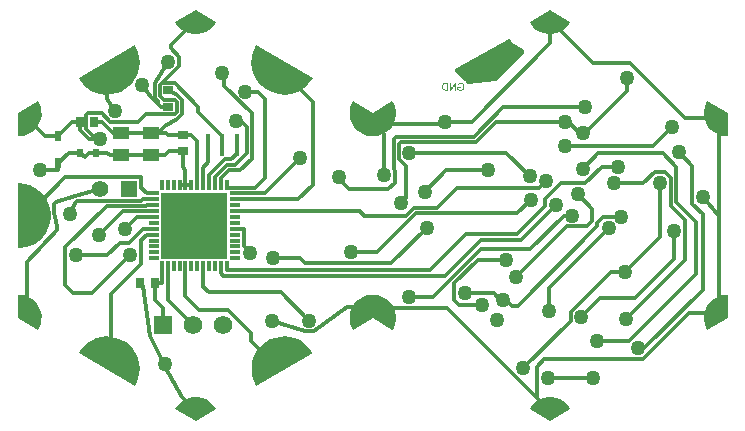
<source format=gbr>
G04*
G04 #@! TF.GenerationSoftware,Altium Limited,Altium Designer,25.8.1 (18)*
G04*
G04 Layer_Physical_Order=4*
G04 Layer_Color=16711680*
%FSLAX44Y44*%
%MOMM*%
G71*
G04*
G04 #@! TF.SameCoordinates,E23997CD-C925-4744-B0FB-38551C603FD4*
G04*
G04*
G04 #@! TF.FilePolarity,Positive*
G04*
G01*
G75*
%ADD27R,0.8900X0.6400*%
G04:AMPARAMS|DCode=29|XSize=1mm|YSize=1mm|CornerRadius=0.5mm|HoleSize=0mm|Usage=FLASHONLY|Rotation=30.000|XOffset=0mm|YOffset=0mm|HoleType=Round|Shape=RoundedRectangle|*
%AMROUNDEDRECTD29*
21,1,1.0000,0.0000,0,0,30.0*
21,1,0.0000,1.0000,0,0,30.0*
1,1,1.0000,0.0000,0.0000*
1,1,1.0000,0.0000,0.0000*
1,1,1.0000,0.0000,0.0000*
1,1,1.0000,0.0000,0.0000*
%
%ADD29ROUNDEDRECTD29*%
G04:AMPARAMS|DCode=30|XSize=1mm|YSize=1mm|CornerRadius=0.5mm|HoleSize=0mm|Usage=FLASHONLY|Rotation=90.000|XOffset=0mm|YOffset=0mm|HoleType=Round|Shape=RoundedRectangle|*
%AMROUNDEDRECTD30*
21,1,1.0000,0.0000,0,0,90.0*
21,1,0.0000,1.0000,0,0,90.0*
1,1,1.0000,0.0000,0.0000*
1,1,1.0000,0.0000,0.0000*
1,1,1.0000,0.0000,0.0000*
1,1,1.0000,0.0000,0.0000*
%
%ADD30ROUNDEDRECTD30*%
G04:AMPARAMS|DCode=31|XSize=1mm|YSize=1mm|CornerRadius=0.5mm|HoleSize=0mm|Usage=FLASHONLY|Rotation=330.000|XOffset=0mm|YOffset=0mm|HoleType=Round|Shape=RoundedRectangle|*
%AMROUNDEDRECTD31*
21,1,1.0000,0.0000,0,0,330.0*
21,1,0.0000,1.0000,0,0,330.0*
1,1,1.0000,0.0000,0.0000*
1,1,1.0000,0.0000,0.0000*
1,1,1.0000,0.0000,0.0000*
1,1,1.0000,0.0000,0.0000*
%
%ADD31ROUNDEDRECTD31*%
%ADD45C,1.5700*%
%ADD46R,1.5700X1.5700*%
%ADD48C,0.3000*%
%ADD49C,1.4000*%
%ADD50R,1.4000X1.4000*%
%ADD51C,1.2700*%
%ADD56R,0.4001X1.9000*%
%ADD57R,0.8000X0.9500*%
%ADD58R,0.5000X0.9000*%
%ADD59R,5.7000X5.7000*%
%ADD60R,0.6000X0.8000*%
%ADD61R,0.3000X0.8500*%
%ADD62R,1.3970X1.0922*%
%ADD63R,0.8500X0.3000*%
G36*
X-302859Y-67041D02*
X-301110Y-66999D01*
X-297653Y-67536D01*
X-294347Y-68680D01*
X-291297Y-70394D01*
X-288600Y-72623D01*
X-286343Y-75296D01*
X-284597Y-78328D01*
X-283419Y-81622D01*
X-282845Y-85073D01*
X-282893Y-88571D01*
X-283564Y-92005D01*
X-284834Y-95265D01*
X-285749Y-96756D01*
Y-96756D01*
X-302880Y-86865D01*
X-302859Y-67041D01*
D02*
G37*
G36*
X-251418Y-116601D02*
X-250357Y-114685D01*
X-247655Y-111236D01*
X-244441Y-108259D01*
X-240796Y-105827D01*
X-236813Y-104003D01*
X-232591Y-102831D01*
X-228237Y-102343D01*
X-223860Y-102550D01*
X-219572Y-103447D01*
X-215479Y-105011D01*
X-211685Y-107202D01*
X-208286Y-109967D01*
X-205368Y-113234D01*
X-203002Y-116923D01*
X-201251Y-120939D01*
X-200157Y-125181D01*
X-199748Y-129543D01*
X-200034Y-133915D01*
X-201009Y-138187D01*
X-202647Y-142250D01*
X-203777Y-144127D01*
Y-144127D01*
X-251418Y-116601D01*
D02*
G37*
G36*
X-169570Y-163820D02*
X-168733Y-162284D01*
X-166539Y-159559D01*
X-163895Y-157268D01*
X-160886Y-155483D01*
X-157607Y-154263D01*
X-154164Y-153644D01*
X-150665Y-153648D01*
X-147223Y-154275D01*
X-143947Y-155503D01*
X-140942Y-157294D01*
X-138303Y-159592D01*
X-136116Y-162322D01*
X-135282Y-163860D01*
X-135282D01*
X-152413Y-173750D01*
X-169570Y-163820D01*
D02*
G37*
G36*
X-100979Y-144082D02*
X-102108Y-142205D01*
X-103744Y-138140D01*
X-104716Y-133868D01*
X-105000Y-129496D01*
X-104588Y-125134D01*
X-103491Y-120892D01*
X-101737Y-116877D01*
X-99369Y-113190D01*
X-96449Y-109925D01*
X-93048Y-107162D01*
X-89253Y-104973D01*
X-85159Y-103411D01*
X-80870Y-102517D01*
X-76493Y-102313D01*
X-72140Y-102804D01*
X-67918Y-103978D01*
X-63936Y-105805D01*
X-60293Y-108239D01*
X-57081Y-111219D01*
X-54381Y-114669D01*
X-53321Y-116586D01*
D01*
X-100979Y-144082D01*
D02*
G37*
G36*
X-302938Y27480D02*
X-300748Y27520D01*
X-296410Y26904D01*
X-292224Y25609D01*
X-288296Y23669D01*
X-284724Y21131D01*
X-281599Y18060D01*
X-278999Y14534D01*
X-276990Y10640D01*
X-275622Y6478D01*
X-274930Y2152D01*
X-274932Y-2230D01*
X-275626Y-6556D01*
X-276997Y-10717D01*
X-279008Y-14609D01*
X-281610Y-18134D01*
X-284737Y-21203D01*
X-288311Y-23738D01*
X-292240Y-25676D01*
X-296427Y-26968D01*
X-300765Y-27581D01*
X-302955Y-27541D01*
Y-27541D01*
X-302938Y27480D01*
D02*
G37*
G36*
X-285688Y96781D02*
X-284777Y95288D01*
X-283514Y92025D01*
X-282852Y88590D01*
X-282811Y85092D01*
X-283393Y81642D01*
X-284580Y78351D01*
X-286332Y75323D01*
X-288596Y72655D01*
X-291297Y70432D01*
X-294351Y68726D01*
X-297660Y67589D01*
X-301118Y67059D01*
X-302867Y67106D01*
X-302867Y67106D01*
Y86888D01*
X-285688Y96781D01*
D02*
G37*
G36*
X-203821Y144082D02*
X-202692Y142205D01*
X-201056Y138140D01*
X-200084Y133868D01*
X-199801Y129496D01*
X-200212Y125134D01*
X-201309Y120892D01*
X-203063Y116877D01*
X-205431Y113190D01*
X-208351Y109925D01*
X-211752Y107162D01*
X-215547Y104973D01*
X-219641Y103411D01*
X-223930Y102517D01*
X-228307Y102313D01*
X-232660Y102804D01*
X-236882Y103978D01*
X-240864Y105805D01*
X-244507Y108239D01*
X-247719Y111219D01*
X-250419Y114669D01*
X-251479Y116586D01*
X-251479Y116586D01*
X-203821Y144082D01*
D02*
G37*
G36*
X-135230Y163820D02*
X-136067Y162284D01*
X-138261Y159559D01*
X-140905Y157268D01*
X-143914Y155483D01*
X-147193Y154263D01*
X-150637Y153644D01*
X-154135Y153648D01*
X-157577Y154275D01*
X-160853Y155503D01*
X-163858Y157294D01*
X-166497Y159592D01*
X-168685Y162322D01*
X-169518Y163860D01*
X-169518Y163860D01*
X-152387Y173750D01*
X-135230Y163820D01*
D02*
G37*
G36*
X-53382Y116601D02*
X-54443Y114685D01*
X-57145Y111236D01*
X-60359Y108258D01*
X-64004Y105827D01*
X-67987Y104003D01*
X-72209Y102831D01*
X-76563Y102343D01*
X-80940Y102550D01*
X-85228Y103447D01*
X-89321Y105010D01*
X-93115Y107202D01*
X-96514Y109967D01*
X-99432Y113234D01*
X-101798Y116923D01*
X-103549Y120939D01*
X-104643Y125181D01*
X-105052Y129543D01*
X-104766Y133915D01*
X-103791Y138187D01*
X-102153Y142250D01*
X-101023Y144127D01*
X-101023D01*
X-53382Y116601D01*
D02*
G37*
G36*
X164770Y163820D02*
X163932Y162284D01*
X161738Y159559D01*
X159094Y157268D01*
X156085Y155483D01*
X152806Y154263D01*
X149363Y153644D01*
X145864Y153648D01*
X142422Y154275D01*
X139146Y155503D01*
X136141Y157294D01*
X133503Y159592D01*
X131315Y162322D01*
X130481Y163860D01*
X130481Y163860D01*
X147613Y173750D01*
X164770Y163820D01*
D02*
G37*
G36*
X114619Y148392D02*
Y146878D01*
X125339Y139920D01*
X125548Y137930D01*
X101558Y113940D01*
X78001Y110959D01*
X76462Y112499D01*
Y113578D01*
X75382D01*
X66969Y121991D01*
X67245Y123972D01*
X112894Y149405D01*
X114619Y148392D01*
D02*
G37*
G36*
X-2400Y87176D02*
X14278Y96781D01*
X15189Y95288D01*
X16452Y92025D01*
X17114Y88590D01*
X17155Y85092D01*
X16573Y81642D01*
X15387Y78351D01*
X13634Y75323D01*
X11371Y72655D01*
X8669Y70432D01*
X5615Y68726D01*
X2306Y67589D01*
X-1152Y67059D01*
X-2400Y67093D01*
X-3649Y67059D01*
X-7107Y67589D01*
X-10416Y68726D01*
X-13470Y70432D01*
X-16171Y72655D01*
X-18435Y75323D01*
X-20187Y78351D01*
X-21374Y81642D01*
X-21956Y85092D01*
X-21915Y88590D01*
X-21253Y92025D01*
X-19990Y95288D01*
X-19079Y96781D01*
Y96781D01*
X-2400Y87176D01*
D02*
G37*
G36*
X298113Y86865D02*
X298091Y67041D01*
X296342Y66999D01*
X292885Y67536D01*
X289579Y68680D01*
X286529Y70394D01*
X283833Y72623D01*
X281575Y75296D01*
X279830Y78328D01*
X278651Y81622D01*
X278077Y85073D01*
X278126Y88571D01*
X278796Y92005D01*
X280066Y95265D01*
X280981Y96756D01*
X280981D01*
X298113Y86865D01*
D02*
G37*
G36*
X2306Y-67589D02*
X5615Y-68726D01*
X8669Y-70432D01*
X11371Y-72655D01*
X13634Y-75323D01*
X15387Y-78351D01*
X16573Y-81642D01*
X17155Y-85092D01*
X17114Y-88590D01*
X16452Y-92025D01*
X15189Y-95288D01*
X14278Y-96781D01*
X-2400Y-87176D01*
X-19079Y-96781D01*
X-19990Y-95288D01*
X-21253Y-92025D01*
X-21915Y-88590D01*
X-21956Y-85092D01*
X-21374Y-81642D01*
X-20187Y-78351D01*
X-18435Y-75323D01*
X-16171Y-72655D01*
X-13470Y-70432D01*
X-10416Y-68726D01*
X-7107Y-67589D01*
X-3649Y-67059D01*
X-2400Y-67093D01*
X-1152Y-67059D01*
X2306Y-67589D01*
D02*
G37*
G36*
X298099Y-67106D02*
X298099D01*
Y-86888D01*
X280921Y-96781D01*
X280009Y-95288D01*
X278747Y-92025D01*
X278084Y-88590D01*
X278044Y-85092D01*
X278626Y-81642D01*
X279812Y-78351D01*
X281565Y-75323D01*
X283828Y-72655D01*
X286530Y-70432D01*
X289584Y-68726D01*
X292893Y-67589D01*
X296351Y-67059D01*
X298099Y-67106D01*
D02*
G37*
G36*
X14278Y-96781D02*
X14278D01*
D01*
X14278D01*
D02*
G37*
G36*
X149334Y-153648D02*
X152776Y-154275D01*
X156052Y-155503D01*
X159057Y-157294D01*
X161696Y-159592D01*
X163884Y-162322D01*
X164718Y-163860D01*
X164718D01*
X147586Y-173750D01*
X130429Y-163820D01*
X131266Y-162284D01*
X133461Y-159559D01*
X136105Y-157268D01*
X139114Y-155483D01*
X142392Y-154263D01*
X145836Y-153644D01*
X149334Y-153648D01*
D02*
G37*
G36*
X68069Y105833D02*
X67260D01*
Y110844D01*
X63910Y105833D01*
X63041D01*
Y112218D01*
X63849D01*
Y107201D01*
X67205Y112218D01*
X68069D01*
Y105833D01*
D02*
G37*
G36*
X72194Y112323D02*
X72365Y112312D01*
X72526Y112289D01*
X72687Y112267D01*
X72831Y112240D01*
X72969Y112206D01*
X73102Y112168D01*
X73218Y112135D01*
X73329Y112096D01*
X73423Y112057D01*
X73506Y112024D01*
X73578Y111996D01*
X73634Y111974D01*
X73672Y111952D01*
X73695Y111941D01*
X73706Y111935D01*
X73838Y111858D01*
X73966Y111769D01*
X74082Y111680D01*
X74187Y111581D01*
X74287Y111481D01*
X74381Y111381D01*
X74464Y111282D01*
X74536Y111188D01*
X74603Y111094D01*
X74664Y111010D01*
X74713Y110933D01*
X74752Y110866D01*
X74785Y110811D01*
X74807Y110767D01*
X74819Y110745D01*
X74824Y110734D01*
X74890Y110578D01*
X74951Y110429D01*
X75001Y110274D01*
X75045Y110119D01*
X75084Y109975D01*
X75118Y109831D01*
X75145Y109693D01*
X75162Y109560D01*
X75178Y109443D01*
X75189Y109333D01*
X75201Y109233D01*
X75206Y109156D01*
X75212Y109083D01*
Y109039D01*
Y109006D01*
Y108995D01*
X75206Y108823D01*
X75195Y108652D01*
X75178Y108485D01*
X75151Y108330D01*
X75123Y108181D01*
X75090Y108042D01*
X75051Y107910D01*
X75018Y107788D01*
X74979Y107677D01*
X74946Y107583D01*
X74913Y107494D01*
X74885Y107422D01*
X74857Y107367D01*
X74841Y107323D01*
X74830Y107301D01*
X74824Y107289D01*
X74746Y107151D01*
X74664Y107024D01*
X74569Y106902D01*
X74475Y106786D01*
X74381Y106686D01*
X74281Y106586D01*
X74187Y106503D01*
X74093Y106426D01*
X74005Y106354D01*
X73927Y106293D01*
X73850Y106243D01*
X73789Y106204D01*
X73733Y106171D01*
X73695Y106143D01*
X73672Y106132D01*
X73661Y106127D01*
X73517Y106055D01*
X73368Y105994D01*
X73218Y105944D01*
X73069Y105894D01*
X72925Y105855D01*
X72781Y105828D01*
X72648Y105800D01*
X72521Y105778D01*
X72399Y105761D01*
X72294Y105750D01*
X72194Y105739D01*
X72116Y105733D01*
X72044D01*
X72000Y105728D01*
X71956D01*
X71823Y105733D01*
X71695Y105739D01*
X71452Y105767D01*
X71330Y105783D01*
X71219Y105806D01*
X71114Y105828D01*
X71014Y105855D01*
X70926Y105878D01*
X70843Y105900D01*
X70771Y105922D01*
X70715Y105938D01*
X70666Y105955D01*
X70627Y105966D01*
X70605Y105977D01*
X70599D01*
X70477Y106027D01*
X70356Y106082D01*
X70117Y106199D01*
X70007Y106259D01*
X69901Y106320D01*
X69796Y106381D01*
X69702Y106442D01*
X69619Y106498D01*
X69542Y106547D01*
X69475Y106597D01*
X69414Y106636D01*
X69370Y106675D01*
X69337Y106697D01*
X69314Y106714D01*
X69309Y106719D01*
Y109089D01*
X72011D01*
Y108336D01*
X70134D01*
Y107151D01*
X70189Y107107D01*
X70245Y107062D01*
X70372Y106979D01*
X70505Y106907D01*
X70632Y106835D01*
X70749Y106780D01*
X70799Y106758D01*
X70843Y106741D01*
X70882Y106725D01*
X70909Y106714D01*
X70926Y106702D01*
X70931D01*
X71125Y106630D01*
X71319Y106581D01*
X71496Y106542D01*
X71585Y106531D01*
X71662Y106520D01*
X71734Y106509D01*
X71801Y106503D01*
X71856Y106498D01*
X71906D01*
X71945Y106492D01*
X72000D01*
X72116Y106498D01*
X72233Y106503D01*
X72454Y106536D01*
X72559Y106559D01*
X72653Y106581D01*
X72748Y106603D01*
X72836Y106630D01*
X72914Y106658D01*
X72986Y106680D01*
X73047Y106702D01*
X73096Y106725D01*
X73141Y106741D01*
X73168Y106758D01*
X73191Y106763D01*
X73196Y106769D01*
X73296Y106824D01*
X73396Y106885D01*
X73484Y106952D01*
X73567Y107018D01*
X73639Y107090D01*
X73711Y107157D01*
X73777Y107228D01*
X73833Y107295D01*
X73883Y107361D01*
X73927Y107422D01*
X73966Y107478D01*
X73994Y107522D01*
X74016Y107561D01*
X74032Y107594D01*
X74043Y107611D01*
X74049Y107616D01*
X74099Y107727D01*
X74143Y107843D01*
X74187Y107959D01*
X74220Y108081D01*
X74270Y108319D01*
X74292Y108436D01*
X74304Y108546D01*
X74320Y108652D01*
X74326Y108746D01*
X74331Y108829D01*
X74337Y108901D01*
X74342Y108962D01*
Y109006D01*
Y109034D01*
Y109045D01*
X74337Y109172D01*
X74331Y109299D01*
X74304Y109538D01*
X74287Y109648D01*
X74265Y109754D01*
X74243Y109853D01*
X74220Y109947D01*
X74198Y110030D01*
X74176Y110108D01*
X74154Y110169D01*
X74137Y110224D01*
X74121Y110268D01*
X74110Y110302D01*
X74099Y110324D01*
Y110329D01*
X74038Y110457D01*
X73977Y110573D01*
X73910Y110678D01*
X73844Y110772D01*
X73789Y110850D01*
X73744Y110911D01*
X73722Y110933D01*
X73711Y110949D01*
X73700Y110955D01*
Y110961D01*
X73595Y111066D01*
X73484Y111154D01*
X73368Y111232D01*
X73263Y111304D01*
X73163Y111354D01*
X73124Y111376D01*
X73091Y111392D01*
X73058Y111409D01*
X73035Y111420D01*
X73025Y111426D01*
X73019D01*
X72853Y111487D01*
X72681Y111531D01*
X72515Y111559D01*
X72360Y111581D01*
X72288Y111586D01*
X72222Y111592D01*
X72161Y111597D01*
X72111Y111603D01*
X72017D01*
X71839Y111597D01*
X71673Y111575D01*
X71524Y111548D01*
X71457Y111531D01*
X71391Y111520D01*
X71336Y111503D01*
X71286Y111487D01*
X71241Y111470D01*
X71203Y111459D01*
X71175Y111448D01*
X71153Y111437D01*
X71142Y111431D01*
X71136D01*
X70998Y111365D01*
X70870Y111293D01*
X70771Y111215D01*
X70682Y111143D01*
X70616Y111082D01*
X70566Y111027D01*
X70538Y110994D01*
X70527Y110988D01*
Y110983D01*
X70450Y110872D01*
X70378Y110745D01*
X70317Y110617D01*
X70267Y110496D01*
X70223Y110390D01*
X70206Y110340D01*
X70195Y110302D01*
X70184Y110263D01*
X70173Y110241D01*
X70167Y110224D01*
Y110219D01*
X69409Y110429D01*
X69442Y110545D01*
X69475Y110656D01*
X69514Y110761D01*
X69553Y110861D01*
X69591Y110955D01*
X69636Y111038D01*
X69675Y111121D01*
X69713Y111193D01*
X69746Y111254D01*
X69780Y111309D01*
X69813Y111359D01*
X69841Y111398D01*
X69863Y111431D01*
X69874Y111453D01*
X69885Y111465D01*
X69890Y111470D01*
X69951Y111542D01*
X70018Y111614D01*
X70162Y111741D01*
X70306Y111847D01*
X70444Y111935D01*
X70511Y111974D01*
X70571Y112007D01*
X70627Y112035D01*
X70671Y112057D01*
X70710Y112079D01*
X70743Y112090D01*
X70760Y112101D01*
X70765D01*
X70981Y112179D01*
X71197Y112234D01*
X71408Y112273D01*
X71507Y112289D01*
X71601Y112301D01*
X71690Y112312D01*
X71768Y112317D01*
X71839Y112323D01*
X71900D01*
X71950Y112328D01*
X72017D01*
X72194Y112323D01*
D02*
G37*
G36*
X61623Y105833D02*
X59325D01*
X59115Y105839D01*
X58921Y105850D01*
X58833Y105855D01*
X58744Y105866D01*
X58667Y105878D01*
X58594Y105889D01*
X58528Y105894D01*
X58473Y105905D01*
X58423Y105916D01*
X58379Y105922D01*
X58345Y105927D01*
X58323Y105933D01*
X58307Y105938D01*
X58301D01*
X58141Y105983D01*
X57991Y106038D01*
X57864Y106088D01*
X57753Y106143D01*
X57703Y106165D01*
X57659Y106187D01*
X57625Y106210D01*
X57592Y106226D01*
X57570Y106237D01*
X57554Y106249D01*
X57543Y106259D01*
X57537D01*
X57421Y106343D01*
X57315Y106437D01*
X57216Y106536D01*
X57127Y106625D01*
X57055Y106708D01*
X57000Y106775D01*
X56983Y106802D01*
X56967Y106819D01*
X56961Y106830D01*
X56955Y106835D01*
X56861Y106979D01*
X56773Y107140D01*
X56701Y107295D01*
X56634Y107439D01*
X56612Y107505D01*
X56585Y107572D01*
X56568Y107627D01*
X56551Y107671D01*
X56535Y107710D01*
X56524Y107744D01*
X56518Y107760D01*
Y107766D01*
X56463Y107982D01*
X56418Y108203D01*
X56391Y108425D01*
X56374Y108524D01*
X56369Y108624D01*
X56363Y108713D01*
X56357Y108796D01*
X56352Y108873D01*
X56346Y108934D01*
Y108984D01*
Y109023D01*
Y109050D01*
Y109056D01*
Y109211D01*
X56357Y109366D01*
X56369Y109515D01*
X56385Y109654D01*
X56407Y109787D01*
X56430Y109909D01*
X56452Y110025D01*
X56474Y110136D01*
X56496Y110230D01*
X56518Y110318D01*
X56540Y110390D01*
X56562Y110457D01*
X56579Y110507D01*
X56590Y110545D01*
X56596Y110568D01*
X56601Y110573D01*
X56651Y110695D01*
X56706Y110811D01*
X56762Y110922D01*
X56823Y111021D01*
X56884Y111121D01*
X56950Y111210D01*
X57011Y111293D01*
X57072Y111370D01*
X57127Y111437D01*
X57182Y111492D01*
X57227Y111548D01*
X57271Y111586D01*
X57304Y111620D01*
X57332Y111642D01*
X57349Y111658D01*
X57354Y111664D01*
X57504Y111780D01*
X57664Y111874D01*
X57819Y111957D01*
X57969Y112018D01*
X58035Y112046D01*
X58096Y112068D01*
X58151Y112085D01*
X58196Y112101D01*
X58235Y112112D01*
X58268Y112118D01*
X58284Y112123D01*
X58290D01*
X58368Y112140D01*
X58451Y112157D01*
X58633Y112179D01*
X58822Y112195D01*
X59004Y112206D01*
X59093Y112212D01*
X59170D01*
X59242Y112218D01*
X61623D01*
Y105833D01*
D02*
G37*
%LPC*%
G36*
X60776Y111465D02*
X59298D01*
X59170Y111459D01*
X59054Y111453D01*
X58949Y111442D01*
X58849Y111431D01*
X58761Y111420D01*
X58678Y111409D01*
X58606Y111398D01*
X58545Y111387D01*
X58489Y111376D01*
X58445Y111365D01*
X58412Y111354D01*
X58379Y111343D01*
X58362Y111337D01*
X58351Y111332D01*
X58345D01*
X58257Y111293D01*
X58174Y111249D01*
X58096Y111199D01*
X58024Y111143D01*
X57886Y111021D01*
X57769Y110905D01*
X57720Y110844D01*
X57675Y110789D01*
X57637Y110745D01*
X57609Y110700D01*
X57581Y110662D01*
X57565Y110634D01*
X57554Y110617D01*
X57548Y110612D01*
X57487Y110507D01*
X57437Y110390D01*
X57393Y110268D01*
X57354Y110147D01*
X57321Y110019D01*
X57299Y109886D01*
X57277Y109765D01*
X57255Y109643D01*
X57243Y109527D01*
X57232Y109416D01*
X57227Y109322D01*
X57221Y109239D01*
X57216Y109167D01*
Y109117D01*
Y109083D01*
Y109078D01*
Y109072D01*
Y108940D01*
X57221Y108812D01*
X57232Y108690D01*
X57243Y108574D01*
X57255Y108463D01*
X57271Y108364D01*
X57288Y108270D01*
X57299Y108181D01*
X57315Y108103D01*
X57332Y108037D01*
X57349Y107976D01*
X57360Y107926D01*
X57371Y107887D01*
X57382Y107860D01*
X57387Y107843D01*
Y107838D01*
X57454Y107660D01*
X57531Y107500D01*
X57570Y107428D01*
X57609Y107361D01*
X57648Y107301D01*
X57681Y107245D01*
X57714Y107201D01*
X57747Y107157D01*
X57781Y107118D01*
X57803Y107090D01*
X57825Y107068D01*
X57842Y107051D01*
X57847Y107040D01*
X57853Y107035D01*
X57941Y106957D01*
X58035Y106891D01*
X58129Y106835D01*
X58224Y106786D01*
X58301Y106752D01*
X58368Y106725D01*
X58395Y106714D01*
X58412Y106708D01*
X58423Y106702D01*
X58428D01*
X58500Y106680D01*
X58572Y106664D01*
X58733Y106636D01*
X58893Y106614D01*
X59054Y106603D01*
X59126Y106597D01*
X59198Y106592D01*
X59259D01*
X59309Y106586D01*
X60776D01*
Y111465D01*
D02*
G37*
%LPD*%
D27*
X-175649Y91907D02*
D03*
X-163237Y54512D02*
D03*
Y68512D02*
D03*
X-175649Y105907D02*
D03*
D29*
X147599Y165199D02*
D03*
Y-165199D02*
D03*
X-152400Y165199D02*
D03*
Y-165199D02*
D03*
X-80899Y123901D02*
D03*
X-223901Y-123901D02*
D03*
D30*
Y123901D02*
D03*
X-1679Y77521D02*
D03*
X290700Y-82601D02*
D03*
X-295468Y82601D02*
D03*
X-1679Y-77521D02*
D03*
X-80899Y-123901D02*
D03*
D31*
X290700Y82601D02*
D03*
X-295468Y-82601D02*
D03*
X-295501Y-0D02*
D03*
D45*
X-129178Y-93003D02*
D03*
X-154579D02*
D03*
D46*
X-179979D02*
D03*
D48*
X-173083Y-13848D02*
X-167896Y-8661D01*
X-153439D01*
X174591Y67656D02*
Y68016D01*
X163034Y79573D02*
X174591Y68016D01*
X101841Y79573D02*
X163034D01*
X84818Y62551D02*
X101841Y79573D01*
X-141627Y44951D02*
Y59944D01*
X-135938Y25839D02*
Y33013D01*
X-140938Y34024D02*
X-127277Y47685D01*
X-140938Y25839D02*
Y34024D01*
X-145938Y40639D02*
X-141627Y44951D01*
X-150938Y25839D02*
Y63494D01*
X-135938Y33013D02*
X-125892Y43060D01*
X-119124D01*
X-145938Y25839D02*
Y40639D01*
X-117629Y52445D02*
Y59944D01*
X-122388Y47685D02*
X-117629Y52445D01*
X-119124Y43060D02*
X-109077Y53106D01*
X-130938Y25839D02*
Y32003D01*
X-124470Y38471D01*
X-109077Y53106D02*
Y75183D01*
X-127277Y47685D02*
X-122388D01*
X-124470Y38471D02*
X-114615D01*
X21658Y62551D02*
X84818D01*
X174591Y67656D02*
X212598Y105663D01*
X160450Y58527D02*
X160926Y59002D01*
X19558Y60451D02*
X21658Y62551D01*
X160926Y59002D02*
X234941D01*
X83058Y66801D02*
X107740Y91483D01*
X177417D01*
X105270Y-71182D02*
X110520D01*
X115578Y-76241D02*
X120245D01*
X100057Y-65969D02*
X105270Y-71182D01*
X75946Y-65969D02*
X100057D01*
X110520Y-71182D02*
X115578Y-76241D01*
X120245D02*
X187849Y-8637D01*
X81291Y79375D02*
X147599Y145683D01*
X58928Y79375D02*
X81291D01*
X147599Y145683D02*
Y165199D01*
X-114615Y38471D02*
X-104827Y48259D01*
X-128330Y110053D02*
X-104827Y86550D01*
Y48259D02*
Y86550D01*
X-114157Y80263D02*
X-109077Y75183D01*
X-118110Y80263D02*
X-114157D01*
X-235279Y66879D02*
X-233423Y65023D01*
X-238278Y66879D02*
X-235279D01*
X-244786Y73387D02*
X-238278Y66879D01*
X-244786Y73387D02*
Y85165D01*
X-243175Y86776D01*
X-231996D01*
X-224505Y79285D01*
X-201062D01*
X-194390Y85957D01*
X-170060D01*
X-168449Y87568D01*
Y96246D01*
X-170060Y97857D02*
X-168449Y96246D01*
X-179138Y97857D02*
X-170060D01*
X-182849Y101568D02*
X-179138Y97857D01*
X-182849Y101568D02*
Y110246D01*
X-181238Y111857D01*
X-170060D01*
X-150094Y91891D01*
Y87910D02*
Y91891D01*
Y87910D02*
X-129628Y67444D01*
Y59944D02*
Y67444D01*
X-250499Y53244D02*
X-246405Y49151D01*
X-242312Y53244D01*
X-236499D01*
X-262736Y32765D02*
X-198628D01*
X-284168Y38802D02*
X-268791D01*
Y44348D01*
X-259894Y53244D01*
X-250499D01*
X-227076D02*
X-225120Y51288D01*
X-215300D02*
X-202946D01*
X-236499Y53244D02*
X-227076D01*
X-225120Y51288D02*
X-215300D01*
X-198628Y23665D02*
Y32765D01*
X-295501Y-0D02*
X-262736Y32765D01*
X-160938Y25839D02*
Y38861D01*
X-163237Y41160D02*
Y54512D01*
Y41160D02*
X-160938Y38861D01*
X-155956Y68512D02*
X-150938Y63494D01*
X-176118Y68512D02*
X-163237D01*
X-155956D01*
X-93726Y32003D02*
Y98453D01*
X-102108Y23621D02*
X-93726Y32003D01*
X-99459Y104185D02*
X-93726Y98453D01*
X-269501Y-12381D02*
Y-9896D01*
X-270732Y-4700D02*
X-269501Y-9896D01*
X-254635Y16550D02*
X-233423Y22051D01*
X-258493Y1090D02*
X-254631Y10544D01*
X-272180Y9557D02*
X-271766Y10399D01*
X-295468Y-39591D02*
X-269501Y-12381D01*
X-272180Y2523D02*
X-270732Y-4700D01*
X-295468Y-82601D02*
Y-39591D01*
X-254631Y10544D02*
X-252874Y12301D01*
X-271766Y10399D02*
X-270423Y11743D01*
X-254635Y16550D01*
X-272180Y2523D02*
Y9557D01*
X-252874Y12301D02*
X-198628D01*
X-197090Y13839D01*
X-193099Y103396D02*
X-190414Y100711D01*
X-198156Y110454D02*
X-193099Y103396D01*
X-227584Y99002D02*
Y120218D01*
Y99002D02*
X-220735Y88385D01*
X-190414Y100711D02*
X-184052Y94349D01*
X-175649Y105907D02*
X-172699Y104207D01*
X-173256Y144343D02*
X-173256Y141858D01*
X-166824Y134070D01*
Y126531D02*
Y134070D01*
X-179802Y113294D02*
X-166824Y126531D01*
X-184052Y94349D02*
Y96761D01*
X-187099Y99808D02*
X-184052Y96761D01*
X-187099Y112007D02*
X-175924Y130301D01*
X-172699Y104207D02*
X-168299Y102107D01*
X-164199Y98007D01*
X-187099Y99808D02*
Y112007D01*
X-178419Y75940D02*
X-168299Y81707D01*
X-164199Y85808D02*
Y98007D01*
X-173256Y144343D02*
X-152400Y165199D01*
X-168299Y81707D02*
X-164199Y85808D01*
X-184419Y69940D02*
X-178419Y75940D01*
X-128330Y110053D02*
Y119439D01*
X-109593Y104185D02*
X-99459D01*
X-110309Y104901D02*
X-109593Y104185D01*
X-129794Y120903D02*
X-128330Y119439D01*
X19558Y48259D02*
Y60451D01*
X15240Y39115D02*
Y64515D01*
X57074Y77521D02*
X59921D01*
X15240Y64515D02*
X17526Y66801D01*
X83058D01*
X-24130Y-77521D02*
X-1679D01*
X-87771Y-89446D02*
X-59922Y-98039D01*
X-52384D02*
X-24130Y-77521D01*
X-59922Y-98039D02*
X-52384D01*
X-140970Y-65079D02*
X-80013D01*
X-56153Y-88939D01*
X-179733Y-123957D02*
X-177976Y-125714D01*
X-190578Y-101992D02*
X-179733Y-123957D01*
X-197160Y-60027D02*
X-190578Y-101992D01*
X-177976Y-125714D02*
X-177976Y-128199D01*
X-163603Y-153997D02*
X-152400Y-165199D01*
X-199660Y-56777D02*
X-197160Y-60027D01*
X-177976Y-128199D02*
X-163603Y-153997D01*
X-125939Y23621D02*
X-102108D01*
X-184419Y69940D02*
X-177546D01*
X-190148D02*
X-184419D01*
X-125939Y-46483D02*
X45974D01*
X-31496Y32003D02*
X-22098Y22605D01*
X-250537Y72643D02*
Y79276D01*
Y72643D02*
X-242917Y65023D01*
X-235261D01*
X-280215Y67347D02*
X-268791D01*
X-295468Y82601D02*
X-280215Y67347D01*
X261822Y82601D02*
X290700D01*
X215646Y128777D02*
X261822Y82601D01*
X184021Y128777D02*
X215646D01*
X147599Y165199D02*
X184021Y128777D01*
X136652Y-154252D02*
X147599Y-165199D01*
X60335Y-77936D02*
X136652Y-154252D01*
X19254Y-77936D02*
X60335D01*
X-1679Y-77521D02*
X19254Y-77936D01*
X265634Y-82601D02*
X290700D01*
X226568Y-121667D02*
X265634Y-82601D01*
X143002Y-121667D02*
X226568D01*
X136652Y-128017D02*
X143002Y-121667D01*
X136652Y-154252D02*
Y-128017D01*
X290700Y-82601D02*
Y-1D01*
X277368Y16001D02*
X290700Y-1D01*
X-160938Y-68425D02*
Y-43161D01*
Y-68425D02*
X-149098Y-80265D01*
X-124535D01*
X-105581Y-99219D01*
Y-106173D02*
Y-99219D01*
Y-106173D02*
X-87853Y-123901D01*
X-80899D01*
X-118938Y18839D02*
X-93935D01*
X-64008Y48767D01*
X-197090Y13839D02*
X-187938D01*
X191516Y41147D02*
X205486D01*
X177502Y27133D02*
X191516Y41147D01*
X157178Y27133D02*
X177502D01*
X143807Y13763D02*
X157178Y27133D01*
X143807Y7960D02*
Y13763D01*
X119844Y-16003D02*
X143807Y7960D01*
X76454Y-16003D02*
X119844D01*
X45974Y-46483D02*
X76454Y-16003D01*
X-125939Y-46483D02*
Y-43161D01*
X-201819Y-1160D02*
X-187938D01*
X-211836Y-11177D02*
X-201819Y-1160D01*
X41656Y20319D02*
X59690Y38353D01*
X94996D01*
X-130938Y-48895D02*
Y-43161D01*
Y-48895D02*
X-128778Y-51055D01*
X58928D01*
X89340Y-20643D01*
X123376D01*
X152908Y8889D01*
X-193598Y8840D02*
X-187938D01*
X-194552Y7885D02*
X-193598Y8840D01*
X-227790Y7885D02*
X-194552D01*
X-262636Y-26961D02*
X-227790Y7885D01*
X-262636Y-59183D02*
Y-26961D01*
Y-59183D02*
X-256286Y-65533D01*
X-240030D01*
X-207518Y-33021D01*
X-20574Y-31243D02*
X1016D01*
X34290Y2031D01*
X120142D01*
X131318Y13207D01*
X192278Y-1525D02*
X208026D01*
X187849Y-5954D02*
X192278Y-1525D01*
X187849Y-8637D02*
Y-5954D01*
X125222Y-129033D02*
X165100Y-89155D01*
Y-81789D01*
X199204Y-47685D01*
X211373D01*
X-31496Y32003D02*
X-30607Y32892D01*
X-22098Y22605D02*
X10922D01*
X16256Y27939D01*
Y38099D01*
X15240Y39115D02*
X16256Y38099D01*
X70358Y-75439D02*
X89773D01*
X66802Y-71883D02*
X70358Y-75439D01*
X66802Y-71883D02*
Y-57405D01*
X86863Y-37344D01*
X110080D01*
X221996Y-112523D02*
X227076D01*
X276860Y-62739D01*
Y1269D01*
X268224Y9905D02*
X276860Y1269D01*
X268224Y9905D02*
Y42163D01*
X256540Y53847D02*
X268224Y42163D01*
X28702Y53339D02*
X110490D01*
X130556Y33273D01*
X21844Y10667D02*
X25908Y14731D01*
Y41909D01*
X19558Y48259D02*
X25908Y41909D01*
X159258Y-1D02*
X166389D01*
X131016Y-28243D02*
X159258Y-1D01*
X88852Y-28243D02*
X131016D01*
X48260Y-68835D02*
X88852Y-28243D01*
X27940Y-68835D02*
X48260D01*
X171159Y18033D02*
X183598Y5594D01*
Y-4573D02*
Y5594D01*
X179070Y-9101D02*
X183598Y-4573D01*
X161842Y-9101D02*
X179070D01*
X119066Y-51877D02*
X161842Y-9101D01*
X234941Y59002D02*
X250783Y74844D01*
X-86614Y-36069D02*
X-63754D01*
X-59436Y-40387D01*
X13208D01*
X43434Y-10161D01*
X-234442Y-16765D02*
X-214122Y3555D01*
X-190785D01*
X-187938Y3839D01*
X-125939Y23621D02*
Y25839D01*
X-227584Y120218D02*
X-223901Y123901D01*
X57074Y77521D02*
X58928Y79375D01*
X-1679Y77521D02*
X57074D01*
X-118938Y3839D02*
X-13493D01*
X-9538Y-115D01*
X25654D01*
X32269Y6500D01*
X51967D01*
X68834Y23367D01*
X138684D01*
X144526Y29209D01*
X-197132Y-11161D02*
X-187938D01*
X-209042Y-23071D02*
X-197132Y-11161D01*
X-216686Y-23071D02*
X-209042D01*
X-227396Y-33782D02*
X-216686Y-23071D01*
X-253492Y-33782D02*
X-227396D01*
X-223901Y-123901D02*
Y-66632D01*
X-198418Y-41149D01*
Y-20762D01*
X-193817Y-16161D01*
X-187938D01*
X187706Y-106173D02*
X214513D01*
X271526Y-49160D01*
Y-5335D01*
X254397Y11794D02*
X271526Y-5335D01*
X254397Y11794D02*
Y41290D01*
X243060Y52627D02*
X254397Y41290D01*
X188191Y52627D02*
X243060D01*
X175260Y39695D02*
X188191Y52627D01*
X-145938Y-60111D02*
Y-43161D01*
Y-60111D02*
X-140970Y-65079D01*
X146812Y-80519D02*
Y-61215D01*
X197358Y-10669D01*
X145796Y-137161D02*
X183668D01*
X7112Y34543D02*
Y68730D01*
X-1679Y77521D02*
X7112Y68730D01*
X202184Y27431D02*
X226568D01*
X236176Y37039D01*
X245110D01*
X250146Y32003D01*
Y8170D02*
Y32003D01*
Y8170D02*
X261874Y-3557D01*
Y-37593D02*
Y-3557D01*
X211836Y-87631D02*
X261874Y-37593D01*
X252602Y-37143D02*
Y-12759D01*
X219526Y-70219D02*
X252602Y-37143D01*
X190131Y-70219D02*
X219526D01*
X174244Y-86107D02*
X190131Y-70219D01*
X211373Y-47685D02*
X241046Y-18012D01*
Y27939D01*
X212598Y105663D02*
Y116839D01*
X-80899Y123901D02*
X-53340Y96342D01*
Y25884D02*
Y96342D01*
X-65384Y13839D02*
X-53340Y25884D01*
X-118938Y13839D02*
X-65384D01*
X-198628Y23665D02*
X-193802Y18839D01*
X-187938D01*
X-118938Y-11161D02*
X-111760D01*
Y-26163D02*
Y-11161D01*
Y-26163D02*
X-105918Y-32005D01*
X-180938Y-56777D02*
Y-43161D01*
X-187160Y-56777D02*
X-180938D01*
X-256862Y79276D02*
X-250537D01*
X-268791Y67347D02*
X-256862Y79276D01*
X-181610Y91907D02*
X-175649D01*
X-184052Y94349D02*
X-181610Y91907D01*
X-175938Y-71643D02*
Y-43161D01*
Y-71643D02*
X-154579Y-93003D01*
X-187160Y-71306D02*
Y-56777D01*
Y-71306D02*
X-179979Y-78487D01*
Y-93003D02*
Y-78487D01*
X290700Y-1D02*
Y82601D01*
X-165938Y25839D02*
X-160938D01*
X-155938D01*
X-175194Y54512D02*
X-163237D01*
X-178308Y51398D02*
X-175194Y54512D01*
X-190148Y51398D02*
X-178308D01*
X-202836D02*
X-190148D01*
X-202946Y51288D02*
X-202836Y51398D01*
X-177546Y69940D02*
X-176118Y68512D01*
X-221948Y69830D02*
X-215300D01*
X-231394Y79276D02*
X-221948Y69830D01*
X-238036Y79276D02*
X-231394D01*
X-202836Y69940D02*
X-190148D01*
X-202946Y69830D02*
X-202836Y69940D01*
X-215300Y69830D02*
X-202946D01*
D49*
X-233423Y22051D02*
D03*
D50*
X-208423D02*
D03*
D51*
X-173083Y-13848D02*
D03*
X160620Y79573D02*
D03*
X160450Y58527D02*
D03*
X177417Y91483D02*
D03*
X175262Y69760D02*
D03*
X107895Y-71182D02*
D03*
X102852Y-88355D02*
D03*
X-118110Y80263D02*
D03*
X-258493Y1090D02*
D03*
X-220735Y88385D02*
D03*
X-198156Y110454D02*
D03*
X-110309Y104901D02*
D03*
X58928Y79375D02*
D03*
X-87771Y-89446D02*
D03*
X-56153Y-88939D02*
D03*
X-177976Y-125714D02*
D03*
X-233423Y65023D02*
D03*
X277368Y16001D02*
D03*
X-64008Y48767D02*
D03*
X-284168Y38802D02*
D03*
X205486Y41147D02*
D03*
X-211836Y-11177D02*
D03*
X41656Y20319D02*
D03*
X94996Y38353D02*
D03*
X152908Y8889D02*
D03*
X-207518Y-33021D02*
D03*
X-20574Y-31243D02*
D03*
X131318Y13207D02*
D03*
X208026Y-1525D02*
D03*
X75946Y-65969D02*
D03*
X125222Y-129033D02*
D03*
X211373Y-47685D02*
D03*
X-30607Y32892D02*
D03*
X89773Y-75439D02*
D03*
X110080Y-37344D02*
D03*
X221996Y-112523D02*
D03*
X256540Y53847D02*
D03*
X28702Y53339D02*
D03*
X130556Y33273D02*
D03*
X21844Y10667D02*
D03*
X166389Y-1D02*
D03*
X27940Y-68835D02*
D03*
X171159Y18033D02*
D03*
X119066Y-51877D02*
D03*
X250783Y74844D02*
D03*
X-86614Y-36069D02*
D03*
X43434Y-10161D02*
D03*
X-234442Y-16765D02*
D03*
X144526Y29209D02*
D03*
X-253492Y-33782D02*
D03*
X187706Y-106173D02*
D03*
X175260Y39695D02*
D03*
X146812Y-80519D02*
D03*
X197358Y-10669D02*
D03*
X145796Y-137161D02*
D03*
X183668D02*
D03*
X7112Y34543D02*
D03*
X202184Y27431D02*
D03*
X211836Y-87631D02*
D03*
X252602Y-12759D02*
D03*
X174244Y-86107D02*
D03*
X241046Y27939D02*
D03*
X212598Y116839D02*
D03*
X-129794Y120903D02*
D03*
X-105918Y-32005D02*
D03*
X-175924Y130301D02*
D03*
D56*
X-129628Y59944D02*
D03*
X-141627D02*
D03*
X-117629D02*
D03*
D57*
X-250537Y79276D02*
D03*
X-199660Y-56777D02*
D03*
X-187160D02*
D03*
X-238036Y79276D02*
D03*
D58*
X-268791Y67347D02*
D03*
Y44348D02*
D03*
D59*
X-153439Y-8661D02*
D03*
D60*
X-236499Y53244D02*
D03*
X-250499D02*
D03*
D61*
X-155938Y25839D02*
D03*
X-160938D02*
D03*
X-165938D02*
D03*
X-180938D02*
D03*
X-175938D02*
D03*
X-170938D02*
D03*
X-135938D02*
D03*
X-130938D02*
D03*
X-125939D02*
D03*
Y-43161D02*
D03*
X-130938D02*
D03*
X-135938D02*
D03*
X-140938D02*
D03*
X-145938D02*
D03*
X-150938D02*
D03*
X-155938D02*
D03*
X-160938D02*
D03*
X-165938D02*
D03*
X-170938D02*
D03*
X-175938D02*
D03*
X-180938D02*
D03*
X-150938Y25839D02*
D03*
X-140938D02*
D03*
X-145938D02*
D03*
D62*
X-190148Y51398D02*
D03*
X-215300Y51288D02*
D03*
Y69830D02*
D03*
X-190148Y69940D02*
D03*
D63*
X-118938Y13839D02*
D03*
Y18839D02*
D03*
Y8840D02*
D03*
Y3839D02*
D03*
Y-1160D02*
D03*
Y-6161D02*
D03*
Y-11161D02*
D03*
Y-16161D02*
D03*
Y-21161D02*
D03*
Y-26161D02*
D03*
Y-31161D02*
D03*
Y-36161D02*
D03*
X-187938D02*
D03*
Y-31161D02*
D03*
Y-26161D02*
D03*
Y-21161D02*
D03*
Y-16161D02*
D03*
Y-11161D02*
D03*
Y-6161D02*
D03*
Y-1160D02*
D03*
Y3839D02*
D03*
Y8840D02*
D03*
Y13839D02*
D03*
Y18839D02*
D03*
M02*

</source>
